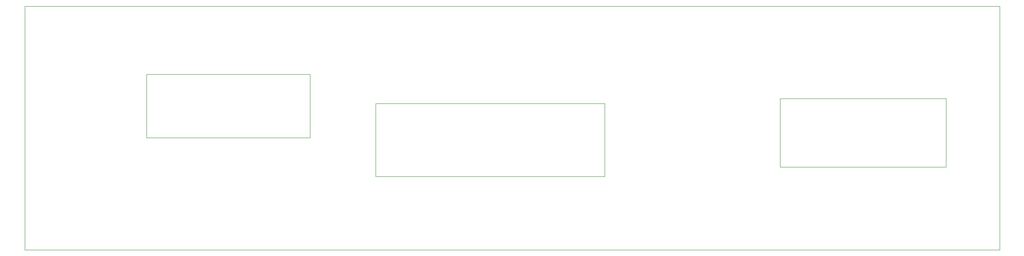
<source format=gbr>
G04 #@! TF.FileFunction,Profile,NP*
%FSLAX46Y46*%
G04 Gerber Fmt 4.6, Leading zero omitted, Abs format (unit mm)*
G04 Created by KiCad (PCBNEW (2015-07-16 BZR 5955, Git 27eafcb)-product) date 2015-10-11 14:13:05*
%MOMM*%
G01*
G04 APERTURE LIST*
%ADD10C,0.100000*%
G04 APERTURE END LIST*
D10*
X260500000Y-48000000D02*
X260500000Y-98000000D01*
X60500000Y-48000000D02*
X60500000Y-98000000D01*
X60500000Y-98000000D02*
X260500000Y-98000000D01*
X60500000Y-48000000D02*
X260500000Y-48000000D01*
X215500000Y-81000000D02*
X215500000Y-67000000D01*
X249500000Y-81000000D02*
X215500000Y-81000000D01*
X249500000Y-67000000D02*
X249500000Y-81000000D01*
X215500000Y-67000000D02*
X249500000Y-67000000D01*
X132500000Y-83000000D02*
X132500000Y-68000000D01*
X179500000Y-83000000D02*
X132500000Y-83000000D01*
X179500000Y-68000000D02*
X179500000Y-83000000D01*
X132500000Y-68000000D02*
X179500000Y-68000000D01*
X85500000Y-75000000D02*
X85500000Y-62000000D01*
X119000000Y-75000000D02*
X85500000Y-75000000D01*
X119000000Y-62000000D02*
X119000000Y-75000000D01*
X85500000Y-62000000D02*
X119000000Y-62000000D01*
M02*

</source>
